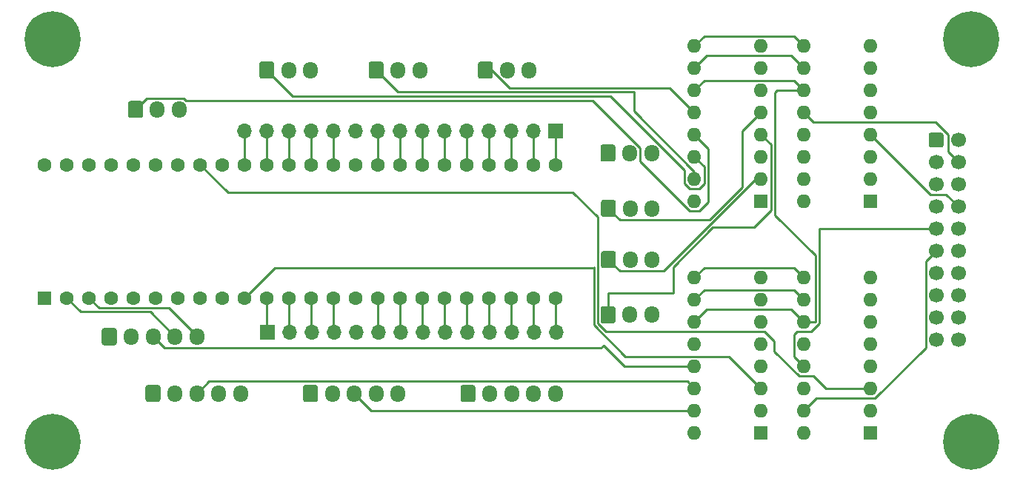
<source format=gbr>
%TF.GenerationSoftware,KiCad,Pcbnew,(5.1.7-0-10_14)*%
%TF.CreationDate,2020-11-02T10:01:53+01:00*%
%TF.ProjectId,controller_motion_pcb,636f6e74-726f-46c6-9c65-725f6d6f7469,rev?*%
%TF.SameCoordinates,Original*%
%TF.FileFunction,Copper,L1,Top*%
%TF.FilePolarity,Positive*%
%FSLAX46Y46*%
G04 Gerber Fmt 4.6, Leading zero omitted, Abs format (unit mm)*
G04 Created by KiCad (PCBNEW (5.1.7-0-10_14)) date 2020-11-02 10:01:53*
%MOMM*%
%LPD*%
G01*
G04 APERTURE LIST*
%TA.AperFunction,ComponentPad*%
%ADD10C,1.600000*%
%TD*%
%TA.AperFunction,ComponentPad*%
%ADD11R,1.600000X1.600000*%
%TD*%
%TA.AperFunction,ComponentPad*%
%ADD12C,0.800000*%
%TD*%
%TA.AperFunction,ComponentPad*%
%ADD13C,6.400000*%
%TD*%
%TA.AperFunction,ComponentPad*%
%ADD14C,1.700000*%
%TD*%
%TA.AperFunction,ComponentPad*%
%ADD15O,1.700000X1.950000*%
%TD*%
%TA.AperFunction,ComponentPad*%
%ADD16R,1.700000X1.700000*%
%TD*%
%TA.AperFunction,ComponentPad*%
%ADD17O,1.700000X1.700000*%
%TD*%
%TA.AperFunction,ComponentPad*%
%ADD18O,1.600000X1.600000*%
%TD*%
%TA.AperFunction,Conductor*%
%ADD19C,0.250000*%
%TD*%
G04 APERTURE END LIST*
D10*
%TO.P,CTR1,17*%
%TO.N,Net-(CTR1-Pad17)*%
X122255001Y-66585001D03*
%TO.P,CTR1,18*%
%TO.N,Net-(CTR1-Pad18)*%
X124795001Y-66585001D03*
%TO.P,CTR1,19*%
%TO.N,Net-(CTR1-Pad19)*%
X127335001Y-66585001D03*
%TO.P,CTR1,20*%
%TO.N,Net-(CTR1-Pad20)*%
X129875001Y-66585001D03*
%TO.P,CTR1,16*%
%TO.N,Net-(CTR1-Pad16)*%
X119715001Y-66585001D03*
%TO.P,CTR1,15*%
%TO.N,+3V3*%
X117175001Y-66585001D03*
%TO.P,CTR1,14*%
%TO.N,Net-(CTR1-Pad14)*%
X114635001Y-66585001D03*
%TO.P,CTR1,21*%
%TO.N,Net-(CTR1-Pad21)*%
X132415001Y-66585001D03*
%TO.P,CTR1,22*%
%TO.N,Net-(CTR1-Pad22)*%
X134955001Y-66585001D03*
%TO.P,CTR1,23*%
%TO.N,Net-(CTR1-Pad23)*%
X137495001Y-66585001D03*
%TO.P,CTR1,24*%
%TO.N,Net-(CTR1-Pad24)*%
X140035001Y-66585001D03*
%TO.P,CTR1,25*%
%TO.N,Net-(CTR1-Pad25)*%
X140035001Y-51345001D03*
%TO.P,CTR1,26*%
%TO.N,Net-(CTR1-Pad26)*%
X137495001Y-51345001D03*
%TO.P,CTR1,27*%
%TO.N,Net-(CTR1-Pad27)*%
X134955001Y-51345001D03*
%TO.P,CTR1,28*%
%TO.N,Net-(CTR1-Pad28)*%
X132415001Y-51345001D03*
%TO.P,CTR1,29*%
%TO.N,Net-(CTR1-Pad29)*%
X129875001Y-51345001D03*
%TO.P,CTR1,30*%
%TO.N,Net-(CTR1-Pad30)*%
X127335001Y-51345001D03*
%TO.P,CTR1,31*%
%TO.N,Net-(CTR1-Pad31)*%
X124795001Y-51345001D03*
%TO.P,CTR1,32*%
%TO.N,Net-(CTR1-Pad32)*%
X122255001Y-51345001D03*
%TO.P,CTR1,33*%
%TO.N,Net-(CTR1-Pad33)*%
X119715001Y-51345001D03*
%TO.P,CTR1,34*%
%TO.N,GND*%
X117175001Y-51345001D03*
%TO.P,CTR1,13*%
%TO.N,Net-(CTR1-Pad13)*%
X112095001Y-66585001D03*
%TO.P,CTR1,12*%
%TO.N,Net-(CTR1-Pad12)*%
X109555001Y-66585001D03*
%TO.P,CTR1,11*%
%TO.N,Net-(CTR1-Pad11)*%
X107015001Y-66585001D03*
%TO.P,CTR1,10*%
%TO.N,mux_btn_rEnc*%
X104475001Y-66585001D03*
%TO.P,CTR1,9*%
%TO.N,rEnc3_CLK*%
X101935001Y-66585001D03*
%TO.P,CTR1,8*%
%TO.N,rEnc3_DT*%
X99395001Y-66585001D03*
%TO.P,CTR1,7*%
%TO.N,rEnc2_CLK*%
X96855001Y-66585001D03*
%TO.P,CTR1,6*%
%TO.N,rEnc2_DT*%
X94315001Y-66585001D03*
%TO.P,CTR1,5*%
%TO.N,rEnc1_CLK*%
X91775001Y-66585001D03*
%TO.P,CTR1,4*%
%TO.N,rEnc1_DT*%
X89235001Y-66585001D03*
%TO.P,CTR1,3*%
%TO.N,rEnc0_CLK*%
X86695001Y-66585001D03*
%TO.P,CTR1,2*%
%TO.N,rEnc0_DT*%
X84155001Y-66585001D03*
D11*
%TO.P,CTR1,1*%
%TO.N,GND*%
X81615001Y-66585001D03*
D10*
%TO.P,CTR1,35*%
%TO.N,Net-(CTR1-Pad35)*%
X114635001Y-51345001D03*
%TO.P,CTR1,36*%
%TO.N,Net-(CTR1-Pad36)*%
X112095001Y-51345001D03*
%TO.P,CTR1,37*%
%TO.N,Net-(CTR1-Pad37)*%
X109555001Y-51345001D03*
%TO.P,CTR1,38*%
%TO.N,Net-(CTR1-Pad38)*%
X107015001Y-51345001D03*
%TO.P,CTR1,39*%
%TO.N,Net-(CTR1-Pad39)*%
X104475001Y-51345001D03*
%TO.P,CTR1,40*%
%TO.N,mux_porty*%
X101935001Y-51345001D03*
%TO.P,CTR1,41*%
%TO.N,mux_btnMx2*%
X99395001Y-51345001D03*
%TO.P,CTR1,42*%
%TO.N,mux_btnMx1*%
X96855001Y-51345001D03*
%TO.P,CTR1,43*%
%TO.N,s2*%
X94315001Y-51345001D03*
%TO.P,CTR1,44*%
%TO.N,s1*%
X91775001Y-51345001D03*
%TO.P,CTR1,45*%
%TO.N,s0*%
X89235001Y-51345001D03*
%TO.P,CTR1,46*%
%TO.N,+3V3*%
X86695001Y-51345001D03*
%TO.P,CTR1,47*%
%TO.N,GND*%
X84155001Y-51345001D03*
%TO.P,CTR1,48*%
%TO.N,Net-(CTR1-Pad48)*%
X81615001Y-51345001D03*
%TD*%
D12*
%TO.P,REF\u002A\u002A,1*%
%TO.N,N/C*%
X84197056Y-81302944D03*
X82500000Y-80600000D03*
X80802944Y-81302944D03*
X80100000Y-83000000D03*
X80802944Y-84697056D03*
X82500000Y-85400000D03*
X84197056Y-84697056D03*
X84900000Y-83000000D03*
D13*
X82500000Y-83000000D03*
%TD*%
D12*
%TO.P,REF\u002A\u002A,1*%
%TO.N,N/C*%
X84197056Y-35302944D03*
X82500000Y-34600000D03*
X80802944Y-35302944D03*
X80100000Y-37000000D03*
X80802944Y-38697056D03*
X82500000Y-39400000D03*
X84197056Y-38697056D03*
X84900000Y-37000000D03*
D13*
X82500000Y-37000000D03*
%TD*%
D12*
%TO.P,REF\u002A\u002A,1*%
%TO.N,N/C*%
X189197056Y-81302944D03*
X187500000Y-80600000D03*
X185802944Y-81302944D03*
X185100000Y-83000000D03*
X185802944Y-84697056D03*
X187500000Y-85400000D03*
X189197056Y-84697056D03*
X189900000Y-83000000D03*
D13*
X187500000Y-83000000D03*
%TD*%
D12*
%TO.P,REF\u002A\u002A,1*%
%TO.N,N/C*%
X189197056Y-35302944D03*
X187500000Y-34600000D03*
X185802944Y-35302944D03*
X185100000Y-37000000D03*
X185802944Y-38697056D03*
X187500000Y-39400000D03*
X189197056Y-38697056D03*
X189900000Y-37000000D03*
D13*
X187500000Y-37000000D03*
%TD*%
%TO.P,BtnMx1,1*%
%TO.N,Net-(BtnMx1-Pad1)*%
%TA.AperFunction,ComponentPad*%
G36*
G01*
X182650000Y-49100000D02*
X182650000Y-47900000D01*
G75*
G02*
X182900000Y-47650000I250000J0D01*
G01*
X184100000Y-47650000D01*
G75*
G02*
X184350000Y-47900000I0J-250000D01*
G01*
X184350000Y-49100000D01*
G75*
G02*
X184100000Y-49350000I-250000J0D01*
G01*
X182900000Y-49350000D01*
G75*
G02*
X182650000Y-49100000I0J250000D01*
G01*
G37*
%TD.AperFunction*%
D14*
%TO.P,BtnMx1,3*%
%TO.N,Net-(BtnMx1-Pad3)*%
X183500000Y-51040000D03*
%TO.P,BtnMx1,5*%
%TO.N,Net-(BtnMx1-Pad5)*%
X183500000Y-53580000D03*
%TO.P,BtnMx1,7*%
%TO.N,Net-(BtnMx1-Pad7)*%
X183500000Y-56120000D03*
%TO.P,BtnMx1,9*%
%TO.N,Net-(BtnMx1-Pad9)*%
X183500000Y-58660000D03*
%TO.P,BtnMx1,11*%
%TO.N,Net-(BtnMx1-Pad11)*%
X183500000Y-61200000D03*
%TO.P,BtnMx1,13*%
%TO.N,Net-(BtnMx1-Pad13)*%
X183500000Y-63740000D03*
%TO.P,BtnMx1,15*%
%TO.N,Net-(BtnMx1-Pad15)*%
X183500000Y-66280000D03*
%TO.P,BtnMx1,17*%
%TO.N,Net-(BtnMx1-Pad17)*%
X183500000Y-68820000D03*
%TO.P,BtnMx1,19*%
%TO.N,GND*%
X183500000Y-71360000D03*
%TO.P,BtnMx1,2*%
%TO.N,Net-(BtnMx1-Pad2)*%
X186040000Y-48500000D03*
%TO.P,BtnMx1,4*%
%TO.N,Net-(BtnMx1-Pad4)*%
X186040000Y-51040000D03*
%TO.P,BtnMx1,6*%
%TO.N,Net-(BtnMx1-Pad6)*%
X186040000Y-53580000D03*
%TO.P,BtnMx1,8*%
%TO.N,Net-(BtnMx1-Pad8)*%
X186040000Y-56120000D03*
%TO.P,BtnMx1,10*%
%TO.N,Net-(BtnMx1-Pad10)*%
X186040000Y-58660000D03*
%TO.P,BtnMx1,12*%
%TO.N,Net-(BtnMx1-Pad12)*%
X186040000Y-61200000D03*
%TO.P,BtnMx1,14*%
%TO.N,Net-(BtnMx1-Pad14)*%
X186040000Y-63740000D03*
%TO.P,BtnMx1,16*%
%TO.N,Net-(BtnMx1-Pad16)*%
X186040000Y-66280000D03*
%TO.P,BtnMx1,18*%
%TO.N,Net-(BtnMx1-Pad18)*%
X186040000Y-68820000D03*
%TO.P,BtnMx1,20*%
%TO.N,+3V3*%
X186040000Y-71360000D03*
%TD*%
%TO.P,ENC0,1*%
%TO.N,GND*%
%TA.AperFunction,ComponentPad*%
G36*
G01*
X88150000Y-71725000D02*
X88150000Y-70275000D01*
G75*
G02*
X88400000Y-70025000I250000J0D01*
G01*
X89600000Y-70025000D01*
G75*
G02*
X89850000Y-70275000I0J-250000D01*
G01*
X89850000Y-71725000D01*
G75*
G02*
X89600000Y-71975000I-250000J0D01*
G01*
X88400000Y-71975000D01*
G75*
G02*
X88150000Y-71725000I0J250000D01*
G01*
G37*
%TD.AperFunction*%
D15*
%TO.P,ENC0,2*%
%TO.N,+3V3*%
X91500000Y-71000000D03*
%TO.P,ENC0,3*%
%TO.N,Net-(ENC0-Pad3)*%
X94000000Y-71000000D03*
%TO.P,ENC0,4*%
%TO.N,rEnc0_DT*%
X96500000Y-71000000D03*
%TO.P,ENC0,5*%
%TO.N,rEnc0_CLK*%
X99000000Y-71000000D03*
%TD*%
%TO.P,ENC1,5*%
%TO.N,rEnc1_CLK*%
X104000000Y-77500000D03*
%TO.P,ENC1,4*%
%TO.N,rEnc1_DT*%
X101500000Y-77500000D03*
%TO.P,ENC1,3*%
%TO.N,Net-(ENC1-Pad3)*%
X99000000Y-77500000D03*
%TO.P,ENC1,2*%
%TO.N,+3V3*%
X96500000Y-77500000D03*
%TO.P,ENC1,1*%
%TO.N,GND*%
%TA.AperFunction,ComponentPad*%
G36*
G01*
X93150000Y-78225000D02*
X93150000Y-76775000D01*
G75*
G02*
X93400000Y-76525000I250000J0D01*
G01*
X94600000Y-76525000D01*
G75*
G02*
X94850000Y-76775000I0J-250000D01*
G01*
X94850000Y-78225000D01*
G75*
G02*
X94600000Y-78475000I-250000J0D01*
G01*
X93400000Y-78475000D01*
G75*
G02*
X93150000Y-78225000I0J250000D01*
G01*
G37*
%TD.AperFunction*%
%TD*%
%TO.P,ENC2,1*%
%TO.N,GND*%
%TA.AperFunction,ComponentPad*%
G36*
G01*
X111150000Y-78225000D02*
X111150000Y-76775000D01*
G75*
G02*
X111400000Y-76525000I250000J0D01*
G01*
X112600000Y-76525000D01*
G75*
G02*
X112850000Y-76775000I0J-250000D01*
G01*
X112850000Y-78225000D01*
G75*
G02*
X112600000Y-78475000I-250000J0D01*
G01*
X111400000Y-78475000D01*
G75*
G02*
X111150000Y-78225000I0J250000D01*
G01*
G37*
%TD.AperFunction*%
%TO.P,ENC2,2*%
%TO.N,+3V3*%
X114500000Y-77500000D03*
%TO.P,ENC2,3*%
%TO.N,Net-(ENC2-Pad3)*%
X117000000Y-77500000D03*
%TO.P,ENC2,4*%
%TO.N,rEnc2_DT*%
X119500000Y-77500000D03*
%TO.P,ENC2,5*%
%TO.N,rEnc2_CLK*%
X122000000Y-77500000D03*
%TD*%
%TO.P,ENC3,5*%
%TO.N,rEnc3_CLK*%
X140000000Y-77500000D03*
%TO.P,ENC3,4*%
%TO.N,rEnc3_DT*%
X137500000Y-77500000D03*
%TO.P,ENC3,3*%
%TO.N,Net-(ENC3-Pad3)*%
X135000000Y-77500000D03*
%TO.P,ENC3,2*%
%TO.N,+3V3*%
X132500000Y-77500000D03*
%TO.P,ENC3,1*%
%TO.N,GND*%
%TA.AperFunction,ComponentPad*%
G36*
G01*
X129150000Y-78225000D02*
X129150000Y-76775000D01*
G75*
G02*
X129400000Y-76525000I250000J0D01*
G01*
X130600000Y-76525000D01*
G75*
G02*
X130850000Y-76775000I0J-250000D01*
G01*
X130850000Y-78225000D01*
G75*
G02*
X130600000Y-78475000I-250000J0D01*
G01*
X129400000Y-78475000D01*
G75*
G02*
X129150000Y-78225000I0J250000D01*
G01*
G37*
%TD.AperFunction*%
%TD*%
D16*
%TO.P,J1,1*%
%TO.N,Net-(CTR1-Pad11)*%
X107060000Y-70500000D03*
D17*
%TO.P,J1,2*%
%TO.N,Net-(CTR1-Pad12)*%
X109600000Y-70500000D03*
%TO.P,J1,3*%
%TO.N,Net-(CTR1-Pad13)*%
X112140000Y-70500000D03*
%TO.P,J1,4*%
%TO.N,Net-(CTR1-Pad14)*%
X114680000Y-70500000D03*
%TO.P,J1,5*%
%TO.N,+3V3*%
X117220000Y-70500000D03*
%TO.P,J1,6*%
%TO.N,Net-(CTR1-Pad16)*%
X119760000Y-70500000D03*
%TO.P,J1,7*%
%TO.N,Net-(CTR1-Pad17)*%
X122300000Y-70500000D03*
%TO.P,J1,8*%
%TO.N,Net-(CTR1-Pad18)*%
X124840000Y-70500000D03*
%TO.P,J1,9*%
%TO.N,Net-(CTR1-Pad19)*%
X127380000Y-70500000D03*
%TO.P,J1,10*%
%TO.N,Net-(CTR1-Pad20)*%
X129920000Y-70500000D03*
%TO.P,J1,11*%
%TO.N,Net-(CTR1-Pad21)*%
X132460000Y-70500000D03*
%TO.P,J1,12*%
%TO.N,Net-(CTR1-Pad22)*%
X135000000Y-70500000D03*
%TO.P,J1,13*%
%TO.N,Net-(CTR1-Pad23)*%
X137540000Y-70500000D03*
%TO.P,J1,14*%
%TO.N,Net-(CTR1-Pad24)*%
X140080000Y-70500000D03*
%TD*%
D16*
%TO.P,J3,1*%
%TO.N,Net-(CTR1-Pad25)*%
X140000000Y-47500000D03*
D17*
%TO.P,J3,2*%
%TO.N,Net-(CTR1-Pad26)*%
X137460000Y-47500000D03*
%TO.P,J3,3*%
%TO.N,Net-(CTR1-Pad27)*%
X134920000Y-47500000D03*
%TO.P,J3,4*%
%TO.N,Net-(CTR1-Pad28)*%
X132380000Y-47500000D03*
%TO.P,J3,5*%
%TO.N,Net-(CTR1-Pad29)*%
X129840000Y-47500000D03*
%TO.P,J3,6*%
%TO.N,Net-(CTR1-Pad30)*%
X127300000Y-47500000D03*
%TO.P,J3,7*%
%TO.N,Net-(CTR1-Pad31)*%
X124760000Y-47500000D03*
%TO.P,J3,8*%
%TO.N,Net-(CTR1-Pad32)*%
X122220000Y-47500000D03*
%TO.P,J3,9*%
%TO.N,Net-(CTR1-Pad33)*%
X119680000Y-47500000D03*
%TO.P,J3,10*%
%TO.N,GND*%
X117140000Y-47500000D03*
%TO.P,J3,11*%
%TO.N,Net-(CTR1-Pad35)*%
X114600000Y-47500000D03*
%TO.P,J3,12*%
%TO.N,Net-(CTR1-Pad36)*%
X112060000Y-47500000D03*
%TO.P,J3,13*%
%TO.N,Net-(CTR1-Pad37)*%
X109520000Y-47500000D03*
%TO.P,J3,14*%
%TO.N,Net-(CTR1-Pad38)*%
X106980000Y-47500000D03*
%TO.P,J3,15*%
%TO.N,Net-(CTR1-Pad39)*%
X104440000Y-47500000D03*
%TD*%
D11*
%TO.P,mux1,1*%
%TO.N,Net-(BtnMx1-Pad5)*%
X176000000Y-55500000D03*
D18*
%TO.P,mux1,9*%
%TO.N,s2*%
X168380000Y-37720000D03*
%TO.P,mux1,2*%
%TO.N,Net-(BtnMx1-Pad7)*%
X176000000Y-52960000D03*
%TO.P,mux1,10*%
%TO.N,s1*%
X168380000Y-40260000D03*
%TO.P,mux1,3*%
%TO.N,mux_btnMx1*%
X176000000Y-50420000D03*
%TO.P,mux1,11*%
%TO.N,s0*%
X168380000Y-42800000D03*
%TO.P,mux1,4*%
%TO.N,Net-(BtnMx1-Pad8)*%
X176000000Y-47880000D03*
%TO.P,mux1,12*%
%TO.N,Net-(BtnMx1-Pad4)*%
X168380000Y-45340000D03*
%TO.P,mux1,5*%
%TO.N,Net-(BtnMx1-Pad6)*%
X176000000Y-45340000D03*
%TO.P,mux1,13*%
%TO.N,Net-(BtnMx1-Pad1)*%
X168380000Y-47880000D03*
%TO.P,mux1,6*%
%TO.N,GND*%
X176000000Y-42800000D03*
%TO.P,mux1,14*%
%TO.N,Net-(BtnMx1-Pad2)*%
X168380000Y-50420000D03*
%TO.P,mux1,7*%
%TO.N,GND*%
X176000000Y-40260000D03*
%TO.P,mux1,15*%
%TO.N,Net-(BtnMx1-Pad3)*%
X168380000Y-52960000D03*
%TO.P,mux1,8*%
%TO.N,GND*%
X176000000Y-37720000D03*
%TO.P,mux1,16*%
%TO.N,+3V3*%
X168380000Y-55500000D03*
%TD*%
%TO.P,mux2,16*%
%TO.N,+3V3*%
X168380000Y-82000000D03*
%TO.P,mux2,8*%
%TO.N,GND*%
X176000000Y-64220000D03*
%TO.P,mux2,15*%
%TO.N,Net-(BtnMx1-Pad11)*%
X168380000Y-79460000D03*
%TO.P,mux2,7*%
%TO.N,GND*%
X176000000Y-66760000D03*
%TO.P,mux2,14*%
%TO.N,Net-(BtnMx1-Pad10)*%
X168380000Y-76920000D03*
%TO.P,mux2,6*%
%TO.N,GND*%
X176000000Y-69300000D03*
%TO.P,mux2,13*%
%TO.N,Net-(BtnMx1-Pad9)*%
X168380000Y-74380000D03*
%TO.P,mux2,5*%
%TO.N,Net-(BtnMx1-Pad14)*%
X176000000Y-71840000D03*
%TO.P,mux2,12*%
%TO.N,Net-(BtnMx1-Pad12)*%
X168380000Y-71840000D03*
%TO.P,mux2,4*%
%TO.N,Net-(BtnMx1-Pad16)*%
X176000000Y-74380000D03*
%TO.P,mux2,11*%
%TO.N,s0*%
X168380000Y-69300000D03*
%TO.P,mux2,3*%
%TO.N,mux_btnMx2*%
X176000000Y-76920000D03*
%TO.P,mux2,10*%
%TO.N,s1*%
X168380000Y-66760000D03*
%TO.P,mux2,2*%
%TO.N,Net-(BtnMx1-Pad15)*%
X176000000Y-79460000D03*
%TO.P,mux2,9*%
%TO.N,s2*%
X168380000Y-64220000D03*
D11*
%TO.P,mux2,1*%
%TO.N,Net-(BtnMx1-Pad13)*%
X176000000Y-82000000D03*
%TD*%
%TO.P,mux3,1*%
%TO.N,Net-(P4-Pad1)*%
X163500000Y-55500000D03*
D18*
%TO.P,mux3,9*%
%TO.N,s2*%
X155880000Y-37720000D03*
%TO.P,mux3,2*%
%TO.N,Net-(P6-Pad1)*%
X163500000Y-52960000D03*
%TO.P,mux3,10*%
%TO.N,s1*%
X155880000Y-40260000D03*
%TO.P,mux3,3*%
%TO.N,mux_porty*%
X163500000Y-50420000D03*
%TO.P,mux3,11*%
%TO.N,s0*%
X155880000Y-42800000D03*
%TO.P,mux3,4*%
%TO.N,Net-(P7-Pad1)*%
X163500000Y-47880000D03*
%TO.P,mux3,12*%
%TO.N,Net-(P3-Pad1)*%
X155880000Y-45340000D03*
%TO.P,mux3,5*%
%TO.N,Net-(P5-Pad1)*%
X163500000Y-45340000D03*
%TO.P,mux3,13*%
%TO.N,Net-(P0-Pad1)*%
X155880000Y-47880000D03*
%TO.P,mux3,6*%
%TO.N,GND*%
X163500000Y-42800000D03*
%TO.P,mux3,14*%
%TO.N,Net-(P1-Pad1)*%
X155880000Y-50420000D03*
%TO.P,mux3,7*%
%TO.N,GND*%
X163500000Y-40260000D03*
%TO.P,mux3,15*%
%TO.N,Net-(P2-Pad1)*%
X155880000Y-52960000D03*
%TO.P,mux3,8*%
%TO.N,GND*%
X163500000Y-37720000D03*
%TO.P,mux3,16*%
%TO.N,+3V3*%
X155880000Y-55500000D03*
%TD*%
%TO.P,mux4,16*%
%TO.N,+3V3*%
X155880000Y-82000000D03*
%TO.P,mux4,8*%
%TO.N,GND*%
X163500000Y-64220000D03*
%TO.P,mux4,15*%
%TO.N,Net-(ENC2-Pad3)*%
X155880000Y-79460000D03*
%TO.P,mux4,7*%
%TO.N,GND*%
X163500000Y-66760000D03*
%TO.P,mux4,14*%
%TO.N,Net-(ENC1-Pad3)*%
X155880000Y-76920000D03*
%TO.P,mux4,6*%
%TO.N,GND*%
X163500000Y-69300000D03*
%TO.P,mux4,13*%
%TO.N,Net-(ENC0-Pad3)*%
X155880000Y-74380000D03*
%TO.P,mux4,5*%
%TO.N,Net-(mux4-Pad5)*%
X163500000Y-71840000D03*
%TO.P,mux4,12*%
%TO.N,Net-(ENC3-Pad3)*%
X155880000Y-71840000D03*
%TO.P,mux4,4*%
%TO.N,Net-(mux4-Pad4)*%
X163500000Y-74380000D03*
%TO.P,mux4,11*%
%TO.N,s0*%
X155880000Y-69300000D03*
%TO.P,mux4,3*%
%TO.N,mux_btn_rEnc*%
X163500000Y-76920000D03*
%TO.P,mux4,10*%
%TO.N,s1*%
X155880000Y-66760000D03*
%TO.P,mux4,2*%
%TO.N,Net-(mux4-Pad2)*%
X163500000Y-79460000D03*
%TO.P,mux4,9*%
%TO.N,s2*%
X155880000Y-64220000D03*
D11*
%TO.P,mux4,1*%
%TO.N,Net-(mux4-Pad1)*%
X163500000Y-82000000D03*
%TD*%
%TO.P,P0,1*%
%TO.N,Net-(P0-Pad1)*%
%TA.AperFunction,ComponentPad*%
G36*
G01*
X91150000Y-45725000D02*
X91150000Y-44275000D01*
G75*
G02*
X91400000Y-44025000I250000J0D01*
G01*
X92600000Y-44025000D01*
G75*
G02*
X92850000Y-44275000I0J-250000D01*
G01*
X92850000Y-45725000D01*
G75*
G02*
X92600000Y-45975000I-250000J0D01*
G01*
X91400000Y-45975000D01*
G75*
G02*
X91150000Y-45725000I0J250000D01*
G01*
G37*
%TD.AperFunction*%
D15*
%TO.P,P0,2*%
%TO.N,GND*%
X94500000Y-45000000D03*
%TO.P,P0,3*%
%TO.N,+3V3*%
X97000000Y-45000000D03*
%TD*%
%TO.P,P1,3*%
%TO.N,+3V3*%
X112000000Y-40500000D03*
%TO.P,P1,2*%
%TO.N,GND*%
X109500000Y-40500000D03*
%TO.P,P1,1*%
%TO.N,Net-(P1-Pad1)*%
%TA.AperFunction,ComponentPad*%
G36*
G01*
X106150000Y-41225000D02*
X106150000Y-39775000D01*
G75*
G02*
X106400000Y-39525000I250000J0D01*
G01*
X107600000Y-39525000D01*
G75*
G02*
X107850000Y-39775000I0J-250000D01*
G01*
X107850000Y-41225000D01*
G75*
G02*
X107600000Y-41475000I-250000J0D01*
G01*
X106400000Y-41475000D01*
G75*
G02*
X106150000Y-41225000I0J250000D01*
G01*
G37*
%TD.AperFunction*%
%TD*%
%TO.P,P2,1*%
%TO.N,Net-(P2-Pad1)*%
%TA.AperFunction,ComponentPad*%
G36*
G01*
X118650000Y-41225000D02*
X118650000Y-39775000D01*
G75*
G02*
X118900000Y-39525000I250000J0D01*
G01*
X120100000Y-39525000D01*
G75*
G02*
X120350000Y-39775000I0J-250000D01*
G01*
X120350000Y-41225000D01*
G75*
G02*
X120100000Y-41475000I-250000J0D01*
G01*
X118900000Y-41475000D01*
G75*
G02*
X118650000Y-41225000I0J250000D01*
G01*
G37*
%TD.AperFunction*%
%TO.P,P2,2*%
%TO.N,GND*%
X122000000Y-40500000D03*
%TO.P,P2,3*%
%TO.N,+3V3*%
X124500000Y-40500000D03*
%TD*%
%TO.P,P3,3*%
%TO.N,+3V3*%
X137000000Y-40500000D03*
%TO.P,P3,2*%
%TO.N,GND*%
X134500000Y-40500000D03*
%TO.P,P3,1*%
%TO.N,Net-(P3-Pad1)*%
%TA.AperFunction,ComponentPad*%
G36*
G01*
X131150000Y-41225000D02*
X131150000Y-39775000D01*
G75*
G02*
X131400000Y-39525000I250000J0D01*
G01*
X132600000Y-39525000D01*
G75*
G02*
X132850000Y-39775000I0J-250000D01*
G01*
X132850000Y-41225000D01*
G75*
G02*
X132600000Y-41475000I-250000J0D01*
G01*
X131400000Y-41475000D01*
G75*
G02*
X131150000Y-41225000I0J250000D01*
G01*
G37*
%TD.AperFunction*%
%TD*%
%TO.P,P4,1*%
%TO.N,Net-(P4-Pad1)*%
%TA.AperFunction,ComponentPad*%
G36*
G01*
X145150000Y-50725000D02*
X145150000Y-49275000D01*
G75*
G02*
X145400000Y-49025000I250000J0D01*
G01*
X146600000Y-49025000D01*
G75*
G02*
X146850000Y-49275000I0J-250000D01*
G01*
X146850000Y-50725000D01*
G75*
G02*
X146600000Y-50975000I-250000J0D01*
G01*
X145400000Y-50975000D01*
G75*
G02*
X145150000Y-50725000I0J250000D01*
G01*
G37*
%TD.AperFunction*%
%TO.P,P4,2*%
%TO.N,GND*%
X148500000Y-50000000D03*
%TO.P,P4,3*%
%TO.N,+3V3*%
X151000000Y-50000000D03*
%TD*%
%TO.P,P5,3*%
%TO.N,+3V3*%
X151055001Y-56325001D03*
%TO.P,P5,2*%
%TO.N,GND*%
X148555001Y-56325001D03*
%TO.P,P5,1*%
%TO.N,Net-(P5-Pad1)*%
%TA.AperFunction,ComponentPad*%
G36*
G01*
X145205001Y-57050001D02*
X145205001Y-55600001D01*
G75*
G02*
X145455001Y-55350001I250000J0D01*
G01*
X146655001Y-55350001D01*
G75*
G02*
X146905001Y-55600001I0J-250000D01*
G01*
X146905001Y-57050001D01*
G75*
G02*
X146655001Y-57300001I-250000J0D01*
G01*
X145455001Y-57300001D01*
G75*
G02*
X145205001Y-57050001I0J250000D01*
G01*
G37*
%TD.AperFunction*%
%TD*%
%TO.P,P6,1*%
%TO.N,Net-(P6-Pad1)*%
%TA.AperFunction,ComponentPad*%
G36*
G01*
X145205001Y-62900001D02*
X145205001Y-61450001D01*
G75*
G02*
X145455001Y-61200001I250000J0D01*
G01*
X146655001Y-61200001D01*
G75*
G02*
X146905001Y-61450001I0J-250000D01*
G01*
X146905001Y-62900001D01*
G75*
G02*
X146655001Y-63150001I-250000J0D01*
G01*
X145455001Y-63150001D01*
G75*
G02*
X145205001Y-62900001I0J250000D01*
G01*
G37*
%TD.AperFunction*%
%TO.P,P6,2*%
%TO.N,GND*%
X148555001Y-62175001D03*
%TO.P,P6,3*%
%TO.N,+3V3*%
X151055001Y-62175001D03*
%TD*%
%TO.P,P7,3*%
%TO.N,+3V3*%
X151000000Y-68500000D03*
%TO.P,P7,2*%
%TO.N,GND*%
X148500000Y-68500000D03*
%TO.P,P7,1*%
%TO.N,Net-(P7-Pad1)*%
%TA.AperFunction,ComponentPad*%
G36*
G01*
X145150000Y-69225000D02*
X145150000Y-67775000D01*
G75*
G02*
X145400000Y-67525000I250000J0D01*
G01*
X146600000Y-67525000D01*
G75*
G02*
X146850000Y-67775000I0J-250000D01*
G01*
X146850000Y-69225000D01*
G75*
G02*
X146600000Y-69475000I-250000J0D01*
G01*
X145400000Y-69475000D01*
G75*
G02*
X145150000Y-69225000I0J250000D01*
G01*
G37*
%TD.AperFunction*%
%TD*%
D19*
%TO.N,Net-(BtnMx1-Pad9)*%
X167254999Y-73254999D02*
X167254999Y-70745001D01*
X168380000Y-74380000D02*
X167254999Y-73254999D01*
X170150010Y-69486400D02*
X170150010Y-58650010D01*
X169211409Y-70425001D02*
X170150010Y-69486400D01*
X167574999Y-70425001D02*
X169211409Y-70425001D01*
X167254999Y-70745001D02*
X167574999Y-70425001D01*
X170160000Y-58660000D02*
X183500000Y-58660000D01*
X170150010Y-58650010D02*
X170160000Y-58660000D01*
%TO.N,Net-(BtnMx1-Pad11)*%
X176540001Y-78045001D02*
X169794999Y-78045001D01*
X182324999Y-72260003D02*
X176540001Y-78045001D01*
X169794999Y-78045001D02*
X168380000Y-79460000D01*
X182324999Y-62375001D02*
X182324999Y-72260003D01*
X183500000Y-61200000D02*
X182324999Y-62375001D01*
%TO.N,Net-(BtnMx1-Pad4)*%
X184864999Y-47851809D02*
X184864999Y-49864999D01*
X184864999Y-49864999D02*
X186040000Y-51040000D01*
X183478191Y-46465001D02*
X184864999Y-47851809D01*
X169505001Y-46465001D02*
X183478191Y-46465001D01*
X168380000Y-45340000D02*
X169505001Y-46465001D01*
%TO.N,Net-(BtnMx1-Pad8)*%
X184675001Y-54755001D02*
X186040000Y-56120000D01*
X182875001Y-54755001D02*
X184675001Y-54755001D01*
X176000000Y-47880000D02*
X182875001Y-54755001D01*
%TO.N,s0*%
X167254999Y-41674999D02*
X168380000Y-42800000D01*
X157005001Y-41674999D02*
X167254999Y-41674999D01*
X155880000Y-42800000D02*
X157005001Y-41674999D01*
X166965001Y-67885001D02*
X168380000Y-69300000D01*
X157294999Y-67885001D02*
X166965001Y-67885001D01*
X155880000Y-69300000D02*
X157294999Y-67885001D01*
X168380000Y-69300000D02*
X169700000Y-69300000D01*
X169700000Y-69300000D02*
X169700000Y-61700000D01*
X165075011Y-57075011D02*
X165075011Y-43075011D01*
X169700000Y-61700000D02*
X165075011Y-57075011D01*
X165350022Y-42800000D02*
X168380000Y-42800000D01*
X165075011Y-43075011D02*
X165350022Y-42800000D01*
%TO.N,s1*%
X166965001Y-38845001D02*
X168380000Y-40260000D01*
X157294999Y-38845001D02*
X166965001Y-38845001D01*
X155880000Y-40260000D02*
X157294999Y-38845001D01*
X167254999Y-65634999D02*
X168380000Y-66760000D01*
X157005001Y-65634999D02*
X167254999Y-65634999D01*
X155880000Y-66760000D02*
X157005001Y-65634999D01*
%TO.N,s2*%
X167254999Y-36594999D02*
X168380000Y-37720000D01*
X157005001Y-36594999D02*
X167254999Y-36594999D01*
X155880000Y-37720000D02*
X157005001Y-36594999D01*
X157005001Y-63094999D02*
X167254999Y-63094999D01*
X167254999Y-63094999D02*
X168380000Y-64220000D01*
X155880000Y-64220000D02*
X157005001Y-63094999D01*
%TO.N,mux_btnMx2*%
X102550000Y-54500000D02*
X99395001Y-51345001D01*
X170920000Y-76920000D02*
X169505001Y-75505001D01*
X144824990Y-69463180D02*
X144824990Y-57324990D01*
X165000000Y-71500000D02*
X163925001Y-70425001D01*
X176000000Y-76920000D02*
X170920000Y-76920000D01*
X163925001Y-70425001D02*
X145786811Y-70425001D01*
X167839999Y-75505001D02*
X165000000Y-72665002D01*
X165000000Y-72665002D02*
X165000000Y-71500000D01*
X145786811Y-70425001D02*
X144824990Y-69463180D01*
X169505001Y-75505001D02*
X167839999Y-75505001D01*
X142000000Y-54500000D02*
X129500000Y-54500000D01*
X144824990Y-57324990D02*
X142000000Y-54500000D01*
X129500000Y-54500000D02*
X102550000Y-54500000D01*
X129861810Y-54500000D02*
X129500000Y-54500000D01*
%TO.N,Net-(CTR1-Pad39)*%
X104475001Y-47535001D02*
X104440000Y-47500000D01*
X104475001Y-51345001D02*
X104475001Y-47535001D01*
%TO.N,Net-(CTR1-Pad38)*%
X107015001Y-47535001D02*
X106980000Y-47500000D01*
X107015001Y-51345001D02*
X107015001Y-47535001D01*
%TO.N,Net-(CTR1-Pad37)*%
X109555001Y-47535001D02*
X109520000Y-47500000D01*
X109555001Y-51345001D02*
X109555001Y-47535001D01*
%TO.N,Net-(CTR1-Pad36)*%
X112095001Y-47535001D02*
X112060000Y-47500000D01*
X112095001Y-51345001D02*
X112095001Y-47535001D01*
%TO.N,Net-(CTR1-Pad35)*%
X114635001Y-47535001D02*
X114600000Y-47500000D01*
X114635001Y-51345001D02*
X114635001Y-47535001D01*
%TO.N,rEnc0_DT*%
X85730012Y-68160012D02*
X84155001Y-66585001D01*
X93660012Y-68160012D02*
X85730012Y-68160012D01*
X96500000Y-71000000D02*
X93660012Y-68160012D01*
%TO.N,rEnc0_CLK*%
X87820002Y-67710002D02*
X86695001Y-66585001D01*
X95835002Y-67710002D02*
X87820002Y-67710002D01*
X99000000Y-70875000D02*
X95835002Y-67710002D01*
X99000000Y-71000000D02*
X99000000Y-70875000D01*
%TO.N,mux_btn_rEnc*%
X147980399Y-73254999D02*
X159834999Y-73254999D01*
X159834999Y-73254999D02*
X163500000Y-76920000D01*
X144374980Y-69649580D02*
X147980399Y-73254999D01*
X144374980Y-63125020D02*
X107934982Y-63125020D01*
X144374980Y-63000000D02*
X144374980Y-63125020D01*
X107934982Y-63125020D02*
X104475001Y-66585001D01*
X144374980Y-63125020D02*
X144374980Y-69649580D01*
%TO.N,Net-(CTR1-Pad11)*%
X107015001Y-70455001D02*
X107060000Y-70500000D01*
X107015001Y-66585001D02*
X107015001Y-70455001D01*
%TO.N,Net-(CTR1-Pad12)*%
X109555001Y-70455001D02*
X109600000Y-70500000D01*
X109555001Y-66585001D02*
X109555001Y-70455001D01*
%TO.N,Net-(CTR1-Pad13)*%
X112095001Y-70455001D02*
X112140000Y-70500000D01*
X112095001Y-66585001D02*
X112095001Y-70455001D01*
%TO.N,Net-(CTR1-Pad33)*%
X119715001Y-47535001D02*
X119680000Y-47500000D01*
X119715001Y-51345001D02*
X119715001Y-47535001D01*
%TO.N,Net-(CTR1-Pad32)*%
X122255001Y-47535001D02*
X122220000Y-47500000D01*
X122255001Y-51345001D02*
X122255001Y-47535001D01*
%TO.N,Net-(CTR1-Pad31)*%
X124795001Y-47535001D02*
X124760000Y-47500000D01*
X124795001Y-51345001D02*
X124795001Y-47535001D01*
%TO.N,Net-(CTR1-Pad30)*%
X127335001Y-47535001D02*
X127300000Y-47500000D01*
X127335001Y-51345001D02*
X127335001Y-47535001D01*
%TO.N,Net-(CTR1-Pad29)*%
X129875001Y-47535001D02*
X129840000Y-47500000D01*
X129875001Y-51345001D02*
X129875001Y-47535001D01*
%TO.N,Net-(CTR1-Pad28)*%
X132415001Y-47535001D02*
X132380000Y-47500000D01*
X132415001Y-51345001D02*
X132415001Y-47535001D01*
%TO.N,Net-(CTR1-Pad27)*%
X134955001Y-47535001D02*
X134920000Y-47500000D01*
X134955001Y-51345001D02*
X134955001Y-47535001D01*
%TO.N,Net-(CTR1-Pad26)*%
X137495001Y-47535001D02*
X137460000Y-47500000D01*
X137495001Y-51345001D02*
X137495001Y-47535001D01*
%TO.N,Net-(CTR1-Pad25)*%
X140035001Y-47535001D02*
X140000000Y-47500000D01*
X140035001Y-51345001D02*
X140035001Y-47535001D01*
%TO.N,Net-(CTR1-Pad24)*%
X140035001Y-70455001D02*
X140080000Y-70500000D01*
X140035001Y-66585001D02*
X140035001Y-70455001D01*
%TO.N,Net-(CTR1-Pad23)*%
X137495001Y-70455001D02*
X137540000Y-70500000D01*
X137495001Y-66585001D02*
X137495001Y-70455001D01*
%TO.N,Net-(CTR1-Pad22)*%
X134955001Y-70455001D02*
X135000000Y-70500000D01*
X134955001Y-66585001D02*
X134955001Y-70455001D01*
%TO.N,Net-(CTR1-Pad21)*%
X132415001Y-70455001D02*
X132460000Y-70500000D01*
X132415001Y-66585001D02*
X132415001Y-70455001D01*
%TO.N,Net-(CTR1-Pad14)*%
X114635001Y-70455001D02*
X114680000Y-70500000D01*
X114635001Y-66585001D02*
X114635001Y-70455001D01*
%TO.N,Net-(CTR1-Pad16)*%
X119715001Y-70455001D02*
X119760000Y-70500000D01*
X119715001Y-66585001D02*
X119715001Y-70455001D01*
%TO.N,Net-(CTR1-Pad20)*%
X129875001Y-70455001D02*
X129920000Y-70500000D01*
X129875001Y-66585001D02*
X129875001Y-70455001D01*
%TO.N,Net-(CTR1-Pad19)*%
X127335001Y-70455001D02*
X127380000Y-70500000D01*
X127335001Y-66585001D02*
X127335001Y-70455001D01*
%TO.N,Net-(CTR1-Pad18)*%
X124795001Y-70455001D02*
X124840000Y-70500000D01*
X124795001Y-66585001D02*
X124795001Y-70455001D01*
%TO.N,Net-(CTR1-Pad17)*%
X122255001Y-70455001D02*
X122300000Y-70500000D01*
X122255001Y-66585001D02*
X122255001Y-70455001D01*
%TO.N,Net-(ENC0-Pad3)*%
X155880000Y-74380000D02*
X147880000Y-74380000D01*
X147880000Y-74380000D02*
X145500000Y-72000000D01*
X95300010Y-72300010D02*
X94000000Y-71000000D01*
X145199990Y-72300010D02*
X95300010Y-72300010D01*
X145500000Y-72000000D02*
X145199990Y-72300010D01*
%TO.N,Net-(ENC1-Pad3)*%
X100379999Y-76120001D02*
X99000000Y-77500000D01*
X155080001Y-76120001D02*
X100379999Y-76120001D01*
X155880000Y-76920000D02*
X155080001Y-76120001D01*
%TO.N,Net-(ENC2-Pad3)*%
X118960000Y-79460000D02*
X117000000Y-77500000D01*
X155880000Y-79460000D02*
X118960000Y-79460000D01*
%TO.N,Net-(P6-Pad1)*%
X152388579Y-63475011D02*
X162903590Y-52960000D01*
X147355011Y-63475011D02*
X152388579Y-63475011D01*
X162903590Y-52960000D02*
X163500000Y-52960000D01*
X146055001Y-62175001D02*
X147355011Y-63475011D01*
%TO.N,Net-(P7-Pad1)*%
X146000000Y-68500000D02*
X146000000Y-66000000D01*
X146000000Y-66000000D02*
X153500000Y-66000000D01*
X153500000Y-66000000D02*
X153500000Y-63000000D01*
X153500000Y-63000000D02*
X158000000Y-58500000D01*
X164625001Y-49005001D02*
X163500000Y-47880000D01*
X164625001Y-56560001D02*
X164625001Y-49005001D01*
X162685002Y-58500000D02*
X164625001Y-56560001D01*
X158000000Y-58500000D02*
X162685002Y-58500000D01*
%TO.N,Net-(P3-Pad1)*%
X134763275Y-42549990D02*
X153089990Y-42549990D01*
X132713285Y-40500000D02*
X134763275Y-42549990D01*
X153089990Y-42549990D02*
X155880000Y-45340000D01*
X132000000Y-40500000D02*
X132713285Y-40500000D01*
%TO.N,Net-(P5-Pad1)*%
X147355011Y-57625011D02*
X157602169Y-57625011D01*
X146055001Y-56325001D02*
X147355011Y-57625011D01*
X157602169Y-57625011D02*
X161363590Y-53863590D01*
X161363590Y-47476410D02*
X163500000Y-45340000D01*
X161363590Y-53863590D02*
X161363590Y-47476410D01*
%TO.N,Net-(P0-Pad1)*%
X144236725Y-43950010D02*
X97736725Y-43950010D01*
X149675010Y-49388295D02*
X144236725Y-43950010D01*
X155339999Y-56625001D02*
X149675010Y-50960012D01*
X156420001Y-56625001D02*
X155339999Y-56625001D01*
X93300010Y-43699990D02*
X92000000Y-45000000D01*
X97486705Y-43699990D02*
X93300010Y-43699990D01*
X157455010Y-55589992D02*
X156420001Y-56625001D01*
X97736725Y-43950010D02*
X97486705Y-43699990D01*
X149675010Y-50960012D02*
X149675010Y-49388295D01*
X157455010Y-49455010D02*
X157455010Y-55589992D01*
X155880000Y-47880000D02*
X157455010Y-49455010D01*
%TO.N,Net-(P1-Pad1)*%
X107000000Y-40500000D02*
X110000000Y-43500000D01*
X157005001Y-51545001D02*
X155880000Y-50420000D01*
X154754999Y-51968284D02*
X154754999Y-53500001D01*
X156420001Y-54085001D02*
X157005001Y-53500001D01*
X155339999Y-54085001D02*
X156420001Y-54085001D01*
X146286715Y-43500000D02*
X154754999Y-51968284D01*
X157005001Y-53500001D02*
X157005001Y-51545001D01*
X154754999Y-53500001D02*
X155339999Y-54085001D01*
X110000000Y-43500000D02*
X146286715Y-43500000D01*
%TO.N,Net-(P2-Pad1)*%
X119500000Y-40500000D02*
X122000000Y-43000000D01*
X122000000Y-43000000D02*
X149000000Y-43000000D01*
X149000000Y-45205002D02*
X155880000Y-52085002D01*
X155880000Y-52085002D02*
X155880000Y-52960000D01*
X149000000Y-43000000D02*
X149000000Y-45205002D01*
%TD*%
M02*

</source>
